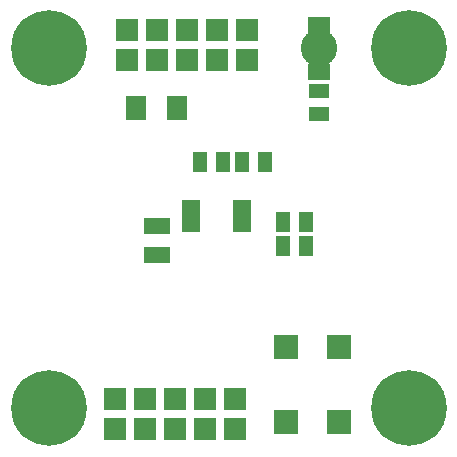
<source format=gbr>
%TF.GenerationSoftware,KiCad,Pcbnew,no-vcs-found-ad9916e~61~ubuntu16.04.1*%
%TF.CreationDate,2017-11-30T02:12:26+01:00*%
%TF.ProjectId,RTC02A,5254433032412E6B696361645F706362,rev?*%
%TF.SameCoordinates,Original*%
%TF.FileFunction,Soldermask,Bot*%
%TF.FilePolarity,Negative*%
%FSLAX46Y46*%
G04 Gerber Fmt 4.6, Leading zero omitted, Abs format (unit mm)*
G04 Created by KiCad (PCBNEW no-vcs-found-ad9916e~61~ubuntu16.04.1) date Thu Nov 30 02:12:26 2017*
%MOMM*%
%LPD*%
G01*
G04 APERTURE LIST*
%ADD10R,1.289000X1.797000*%
%ADD11R,1.700480X2.099260*%
%ADD12C,3.100000*%
%ADD13R,1.900000X1.450000*%
%ADD14R,1.924000X1.924000*%
%ADD15C,6.400000*%
%ADD16R,1.797000X1.289000*%
%ADD17R,2.076400X2.076400*%
%ADD18R,2.200000X1.400000*%
%ADD19R,1.500000X0.650000*%
G04 APERTURE END LIST*
D10*
X26860500Y20828000D03*
X24955500Y20828000D03*
X26860500Y18796000D03*
X24955500Y18796000D03*
D11*
X15974060Y30480000D03*
X12473940Y30480000D03*
D12*
X27940000Y35560000D03*
D13*
X27940000Y33560000D03*
X27940000Y37560000D03*
D14*
X11684000Y34544000D03*
X11684000Y37084000D03*
X14224000Y34544000D03*
X14224000Y37084000D03*
X16764000Y34544000D03*
X16764000Y37084000D03*
X19304000Y34544000D03*
X19304000Y37084000D03*
X21844000Y34544000D03*
X21844000Y37084000D03*
X18288000Y5842000D03*
X18288000Y3302000D03*
X15748000Y5842000D03*
X15748000Y3302000D03*
X13208000Y5842000D03*
X13208000Y3302000D03*
X20828000Y5842000D03*
X20828000Y3302000D03*
D15*
X5080000Y5080000D03*
X5080000Y35560000D03*
X35560000Y35560000D03*
X35560000Y5080000D03*
D16*
X27940000Y30035500D03*
X27940000Y31940500D03*
D17*
X29682000Y3962000D03*
X25182000Y3962000D03*
X29682000Y10262000D03*
X25182000Y10262000D03*
D18*
X14224000Y18054000D03*
X14224000Y20554000D03*
D10*
X17907000Y25908000D03*
X19812000Y25908000D03*
X23368000Y25908000D03*
X21463000Y25908000D03*
D14*
X10668000Y5842000D03*
X10668000Y3302000D03*
D19*
X21454000Y20336000D03*
X21454000Y20836000D03*
X21454000Y21336000D03*
X21454000Y21836000D03*
X21454000Y22336000D03*
X17154000Y22336000D03*
X17154000Y21836000D03*
X17154000Y21336000D03*
X17154000Y20836000D03*
X17154000Y20336000D03*
M02*

</source>
